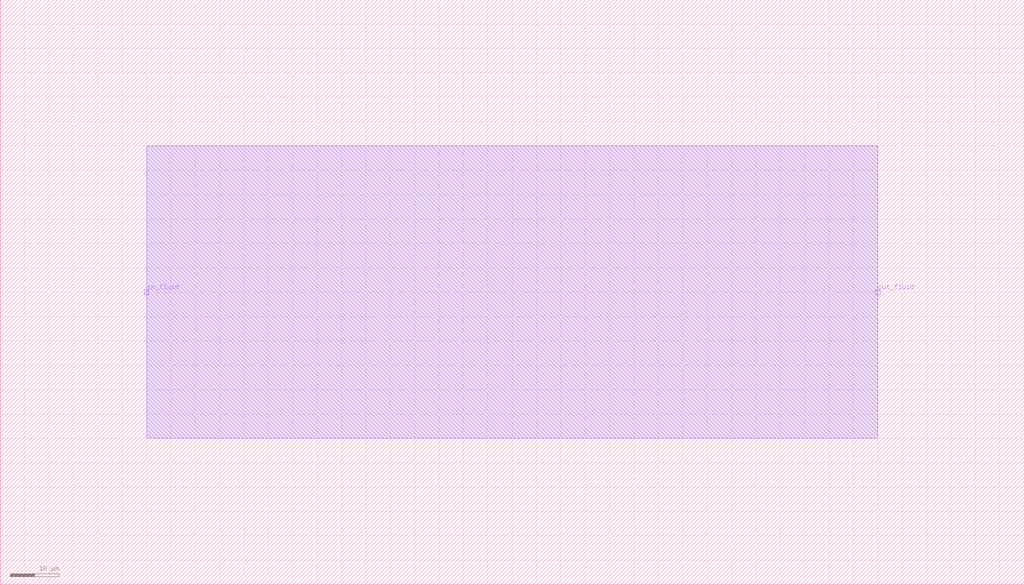
<source format=lef>

MACRO inline_res_80nl
  CLASS CORE ;
  ORIGIN  0 0 ;
  FOREIGN inline_res_80nl 0 0 ;
  SIZE 210 BY 120 ;
  SYMMETRY X Y ;
  SITE CoreSite ;
  PIN in_fluid
    DIRECTION INPUT ;
    USE SIGNAL ;
    PORT
      LAYER met1 ;
        RECT 29.5 59.5 30.5 60.5 ;
    END
  END in_fluid
  PIN out_fluid
    DIRECTION INPUT ;
    USE SIGNAL ;
    PORT
      LAYER met1 ;
        RECT 179.5 59.5 180.5 60.5 ;
    END
  END out_fluid
  OBS
    LAYER met1 ;
      RECT 30 30 180 90 ;
    LAYER met2 ;
      RECT 30 30 180 90 ;
  END
  PROPERTY CatenaDesignType "deviceLevel" ;
END inline_res_80nl

</source>
